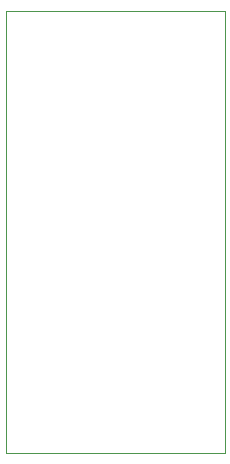
<source format=gbr>
%TF.GenerationSoftware,KiCad,Pcbnew,(6.0.7)*%
%TF.CreationDate,2023-02-07T19:22:30-08:00*%
%TF.ProjectId,ESP_Module,4553505f-4d6f-4647-956c-652e6b696361,rev?*%
%TF.SameCoordinates,Original*%
%TF.FileFunction,Profile,NP*%
%FSLAX46Y46*%
G04 Gerber Fmt 4.6, Leading zero omitted, Abs format (unit mm)*
G04 Created by KiCad (PCBNEW (6.0.7)) date 2023-02-07 19:22:30*
%MOMM*%
%LPD*%
G01*
G04 APERTURE LIST*
%TA.AperFunction,Profile*%
%ADD10C,0.038100*%
%TD*%
G04 APERTURE END LIST*
D10*
X147446500Y-67950000D02*
X147446500Y-105370000D01*
X147446500Y-67950000D02*
X165989500Y-67950000D01*
X147446500Y-105370000D02*
X165989500Y-105370000D01*
X165989500Y-67950000D02*
X165989500Y-105370000D01*
M02*

</source>
